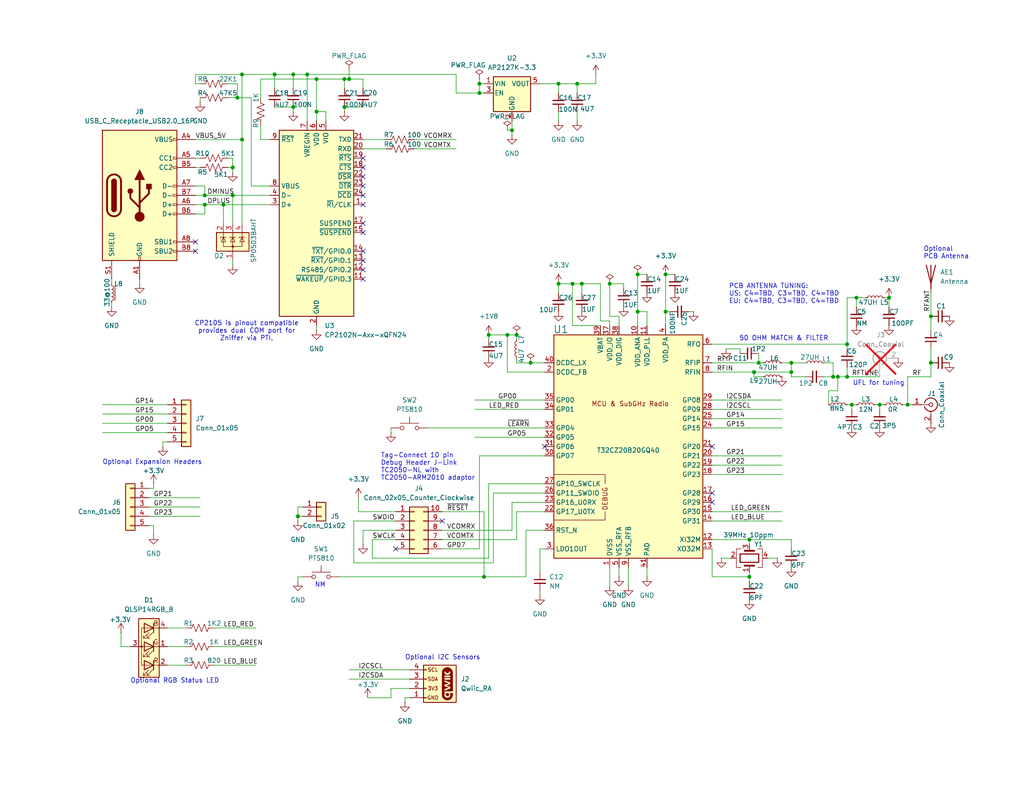
<source format=kicad_sch>
(kicad_sch (version 20250114) (generator "eeschema") (generator_version "9.0")
  (paper "A")
  (title_block (title "ZRAD Mini Z-Wave Reference Application Design CZ20") (date "2025-04-11") (rev "A1") (company "Trident IoT") (comment 1 "Trident CZ20 and Ignion chip antenna"))
  (text "CP2105 is pinout compatible\nprovides dual COM port for\nZniffer via PTI." (at 67.31 90.424 0) (effects (font (size 1.27 1.27))))
  (text "50 OHM MATCH & FILTER" (at 201.676 93.218 0) (effects (font (size 1.27 1.27)) (justify left bottom)))
  (text "UFL for tuning" (at 232.664 105.41 0) (effects (font (size 1.27 1.27)) (justify left bottom)))
  (text "Optional Expansion Headers" (at 27.94 127 0) (effects (font (size 1.27 1.27)) (justify left bottom)))
  (text "Optional\nPCB Antenna" (at 251.968 70.866 0) (effects (font (size 1.27 1.27)) (justify left bottom)))
  (text "Optional RGB Status LED" (at 35.56 186.69 0) (effects (font (size 1.27 1.27)) (justify left bottom)))
  (text "Tag-Connect 10 pin\nDebug Header J-Link\nTC2050-NL with\nTC2050-ARM2010 adaptor" (at 103.886 131.318 0) (effects (font (size 1.27 1.27)) (justify left bottom)))
  (text "NM" (at 87.376 159.766 0) (effects (font (size 1.27 1.27))))
  (text "PCB ANTENNA TUNING:\nUS: C4=TBD, C3=TBD, C4=TBD\nEU: C4=TBD, C3=TBD, C4=TBD" (at 198.882 83.058 0) (effects (font (size 1.27 1.27)) (justify left bottom)))
  (text "Optional I2C Sensors" (at 110.49 180.34 0) (effects (font (size 1.27 1.27)) (justify left bottom)))
  (junction (at 156.21 77.47))
  (junction (at 254 99.06))
  (junction (at 173.99 85.09))
  (junction (at 204.47 147.32))
  (junction (at 133.35 91.44))
  (junction (at 152.4 77.47))
  (junction (at 140.97 91.44))
  (junction (at 83.82 20.32))
  (junction (at 60.96 55.88))
  (junction (at 81.28 140.97))
  (junction (at 74.93 20.32))
  (junction (at 181.61 85.09))
  (junction (at 228.6 102.87))
  (junction (at 232.41 110.49))
  (junction (at 158.75 77.47))
  (junction (at 55.88 53.34))
  (junction (at 66.04 38.1))
  (junction (at 144.78 99.06))
  (junction (at 215.9 101.6))
  (junction (at 215.9 99.06))
  (junction (at 55.88 55.88))
  (junction (at 93.98 29.21))
  (junction (at 130.81 25.4))
  (junction (at 240.03 110.49))
  (junction (at 64.77 26.67))
  (junction (at 139.7 35.56))
  (junction (at 86.36 21.59))
  (junction (at 95.25 21.59))
  (junction (at 130.81 22.86))
  (junction (at 166.37 77.47))
  (junction (at 181.61 74.93))
  (junction (at 231.14 102.87))
  (junction (at 204.47 157.48))
  (junction (at 207.01 99.06))
  (junction (at 86.36 30.48))
  (junction (at 63.5 53.34))
  (junction (at 227.33 102.87))
  (junction (at 205.74 101.6))
  (junction (at 63.5 45.72))
  (junction (at 80.01 29.21))
  (junction (at 254 86.36))
  (junction (at 132.08 157.48))
  (junction (at 157.48 22.86))
  (junction (at 242.57 81.28))
  (junction (at 247.65 110.49))
  (junction (at 233.68 81.28))
  (junction (at 93.98 21.59))
  (junction (at 80.01 20.32))
  (junction (at 173.99 74.93))
  (junction (at 66.04 20.32))
  (junction (at 231.14 93.98))
  (junction (at 152.4 22.86))
  (junction (at 138.43 91.44))
  (no_connect (at 53.34 66.04))
  (no_connect (at 99.06 45.72))
  (no_connect (at 148.59 121.92))
  (no_connect (at 99.06 55.88))
  (no_connect (at 99.06 60.96))
  (no_connect (at 120.65 142.24))
  (no_connect (at 99.06 43.18))
  (no_connect (at 53.34 68.58))
  (no_connect (at 99.06 71.12))
  (no_connect (at 99.06 50.8))
  (no_connect (at 99.06 63.5))
  (no_connect (at 99.06 53.34))
  (no_connect (at 194.31 137.16))
  (no_connect (at 99.06 48.26))
  (no_connect (at 194.31 134.62))
  (no_connect (at 107.95 149.86))
  (no_connect (at 99.06 73.66))
  (no_connect (at 99.06 76.2))
  (no_connect (at 99.06 68.58))
  (no_connect (at 194.31 121.92))
  (wire (pts (xy 152.4 30.48) (xy 152.4 33.02)))
  (wire (pts (xy 80.01 20.32) (xy 83.82 20.32)))
  (wire (pts (xy 140.97 147.32) (xy 140.97 139.7)))
  (wire (pts (xy 133.35 92.71) (xy 133.35 91.44)))
  (wire (pts (xy 53.34 22.86) (xy 53.34 20.32)))
  (wire (pts (xy 138.43 91.44) (xy 140.97 91.44)))
  (wire (pts (xy 45.72 171.45) (xy 50.8 171.45)))
  (wire (pts (xy 63.5 53.34) (xy 63.5 60.96)))
  (wire (pts (xy 181.61 74.93) (xy 181.61 85.09)))
  (wire (pts (xy 120.65 139.7) (xy 132.08 139.7)))
  (wire (pts (xy 163.83 77.47) (xy 163.83 87.63)))
  (wire (pts (xy 130.81 149.86) (xy 120.65 149.86)))
  (wire (pts (xy 213.36 99.06) (xy 215.9 99.06)))
  (wire (pts (xy 157.48 22.86) (xy 157.48 25.4)))
  (wire (pts (xy 173.99 74.93) (xy 173.99 85.09)))
  (wire (pts (xy 242.57 81.28) (xy 242.57 83.82)))
  (wire (pts (xy 205.74 101.6) (xy 215.9 101.6)))
  (wire (pts (xy 204.47 156.21) (xy 204.47 157.48)))
  (wire (pts (xy 86.36 21.59) (xy 71.12 21.59)))
  (wire (pts (xy 163.83 88.9) (xy 156.21 88.9)))
  (wire (pts (xy 157.48 22.86) (xy 162.56 22.86)))
  (wire (pts (xy 35.56 176.53) (xy 33.02 176.53)))
  (wire (pts (xy 62.23 43.18) (xy 63.5 43.18)))
  (wire (pts (xy 62.23 22.86) (xy 64.77 22.86)))
  (wire (pts (xy 82.55 138.43) (xy 81.28 138.43)))
  (wire (pts (xy 156.21 77.47) (xy 158.75 77.47)))
  (wire (pts (xy 111.76 187.96) (xy 106.68 187.96)))
  (wire (pts (xy 194.31 142.24) (xy 213.36 142.24)))
  (wire (pts (xy 66.04 20.32) (xy 74.93 20.32)))
  (wire (pts (xy 231.14 100.33) (xy 231.14 102.87)))
  (wire (pts (xy 215.9 102.87) (xy 215.9 101.6)))
  (wire (pts (xy 205.74 101.6) (xy 205.74 102.87)))
  (wire (pts (xy 74.93 20.32) (xy 80.01 20.32)))
  (wire (pts (xy 231.14 110.49) (xy 232.41 110.49)))
  (wire (pts (xy 139.7 137.16) (xy 139.7 144.78)))
  (wire (pts (xy 194.31 101.6) (xy 205.74 101.6)))
  (wire (pts (xy 140.97 99.06) (xy 140.97 97.79)))
  (wire (pts (xy 224.79 99.06) (xy 227.33 99.06)))
  (wire (pts (xy 86.36 21.59) (xy 93.98 21.59)))
  (wire (pts (xy 148.59 99.06) (xy 144.78 99.06)))
  (wire (pts (xy 187.96 85.09) (xy 189.23 85.09)))
  (wire (pts (xy 194.31 127) (xy 213.36 127)))
  (wire (pts (xy 93.98 24.13) (xy 93.98 21.59)))
  (wire (pts (xy 81.28 158.75) (xy 81.28 157.48)))
  (wire (pts (xy 93.98 29.21) (xy 93.98 30.48)))
  (wire (pts (xy 215.9 99.06) (xy 219.71 99.06)))
  (wire (pts (xy 107.95 144.78) (xy 99.06 144.78)))
  (wire (pts (xy 53.34 20.32) (xy 66.04 20.32)))
  (wire (pts (xy 254 95.25) (xy 254 99.06)))
  (wire (pts (xy 158.75 77.47) (xy 158.75 80.01)))
  (wire (pts (xy 196.85 152.4) (xy 199.39 152.4)))
  (wire (pts (xy 133.35 132.08) (xy 133.35 152.4)))
  (wire (pts (xy 60.96 55.88) (xy 73.66 55.88)))
  (wire (pts (xy 81.28 140.97) (xy 82.55 140.97)))
  (wire (pts (xy 107.95 139.7) (xy 97.79 139.7)))
  (wire (pts (xy 113.03 40.64) (xy 124.46 40.64)))
  (wire (pts (xy 44.45 121.92) (xy 44.45 120.65)))
  (wire (pts (xy 143.51 144.78) (xy 148.59 144.78)))
  (wire (pts (xy 254 80.01) (xy 254 86.36)))
  (wire (pts (xy 162.56 22.86) (xy 162.56 20.32)))
  (wire (pts (xy 55.88 53.34) (xy 63.5 53.34)))
  (wire (pts (xy 38.1 76.2) (xy 38.1 77.47)))
  (wire (pts (xy 63.5 45.72) (xy 63.5 46.99)))
  (wire (pts (xy 95.25 21.59) (xy 93.98 21.59)))
  (wire (pts (xy 130.81 21.59) (xy 130.81 22.86)))
  (wire (pts (xy 86.36 21.59) (xy 86.36 30.48)))
  (wire (pts (xy 168.91 88.9) (xy 168.91 86.36)))
  (wire (pts (xy 163.83 77.47) (xy 158.75 77.47)))
  (wire (pts (xy 120.65 147.32) (xy 140.97 147.32)))
  (wire (pts (xy 156.21 77.47) (xy 156.21 88.9)))
  (wire (pts (xy 227.33 99.06) (xy 227.33 102.87)))
  (wire (pts (xy 194.31 129.54) (xy 213.36 129.54)))
  (wire (pts (xy 124.46 20.32) (xy 124.46 25.4)))
  (wire (pts (xy 148.59 101.6) (xy 138.43 101.6)))
  (wire (pts (xy 152.4 22.86) (xy 152.4 25.4)))
  (wire (pts (xy 254 86.36) (xy 254 90.17)))
  (wire (pts (xy 66.04 38.1) (xy 66.04 20.32)))
  (wire (pts (xy 55.88 55.88) (xy 60.96 55.88)))
  (wire (pts (xy 226.06 110.49) (xy 226.06 106.68)))
  (wire (pts (xy 116.84 116.84) (xy 148.59 116.84)))
  (wire (pts (xy 33.02 176.53) (xy 33.02 172.72)))
  (wire (pts (xy 166.37 154.94) (xy 166.37 160.02)))
  (wire (pts (xy 132.08 25.4) (xy 130.81 25.4)))
  (wire (pts (xy 99.06 38.1) (xy 105.41 38.1)))
  (wire (pts (xy 240.03 110.49) (xy 240.03 111.76)))
  (wire (pts (xy 139.7 137.16) (xy 148.59 137.16)))
  (wire (pts (xy 66.04 38.1) (xy 66.04 60.96)))
  (wire (pts (xy 134.62 153.67) (xy 96.52 153.67)))
  (wire (pts (xy 81.28 157.48) (xy 82.55 157.48)))
  (wire (pts (xy 168.91 86.36) (xy 166.37 86.36)))
  (wire (pts (xy 68.58 50.8) (xy 68.58 26.67)))
  (wire (pts (xy 99.06 24.13) (xy 99.06 21.59)))
  (wire (pts (xy 227.33 102.87) (xy 228.6 102.87)))
  (wire (pts (xy 231.14 81.28) (xy 231.14 93.98)))
  (wire (pts (xy 139.7 33.02) (xy 139.7 35.56)))
  (wire (pts (xy 170.18 77.47) (xy 170.18 78.74)))
  (wire (pts (xy 232.41 110.49) (xy 233.68 110.49)))
  (wire (pts (xy 130.81 124.46) (xy 148.59 124.46)))
  (wire (pts (xy 96.52 142.24) (xy 107.95 142.24)))
  (wire (pts (xy 53.34 45.72) (xy 54.61 45.72)))
  (wire (pts (xy 120.65 144.78) (xy 139.7 144.78)))
  (wire (pts (xy 166.37 87.63) (xy 163.83 87.63)))
  (wire (pts (xy 60.96 55.88) (xy 60.96 60.96)))
  (wire (pts (xy 41.91 133.35) (xy 41.91 132.08)))
  (wire (pts (xy 204.47 147.32) (xy 215.9 147.32)))
  (wire (pts (xy 215.9 147.32) (xy 215.9 149.86)))
  (wire (pts (xy 81.28 138.43) (xy 81.28 140.97)))
  (wire (pts (xy 93.98 29.21) (xy 99.06 29.21)))
  (wire (pts (xy 74.93 29.21) (xy 80.01 29.21)))
  (wire (pts (xy 140.97 91.44) (xy 140.97 92.71)))
  (wire (pts (xy 247.65 102.87) (xy 254 102.87)))
  (wire (pts (xy 74.93 20.32) (xy 74.93 24.13)))
  (wire (pts (xy 113.03 38.1) (xy 124.46 38.1)))
  (wire (pts (xy 138.43 35.56) (xy 139.7 35.56)))
  (wire (pts (xy 129.54 119.38) (xy 148.59 119.38)))
  (wire (pts (xy 194.31 109.22) (xy 213.36 109.22)))
  (wire (pts (xy 194.31 99.06) (xy 207.01 99.06)))
  (wire (pts (xy 86.36 88.9) (xy 86.36 90.17)))
  (wire (pts (xy 215.9 99.06) (xy 215.9 101.6)))
  (wire (pts (xy 132.08 139.7) (xy 132.08 157.48)))
  (wire (pts (xy 58.42 171.45) (xy 69.85 171.45)))
  (wire (pts (xy 152.4 77.47) (xy 152.4 80.01)))
  (wire (pts (xy 228.6 106.68) (xy 228.6 102.87)))
  (wire (pts (xy 95.25 19.05) (xy 95.25 21.59)))
  (wire (pts (xy 124.46 25.4) (xy 130.81 25.4)))
  (wire (pts (xy 133.35 152.4) (xy 101.6 152.4)))
  (wire (pts (xy 207.01 99.06) (xy 208.28 99.06)))
  (wire (pts (xy 241.3 81.28) (xy 242.57 81.28)))
  (wire (pts (xy 240.03 110.49) (xy 241.3 110.49)))
  (wire (pts (xy 53.34 55.88) (xy 55.88 55.88)))
  (wire (pts (xy 30.48 82.55) (xy 30.48 83.82)))
  (wire (pts (xy 181.61 85.09) (xy 182.88 85.09)))
  (wire (pts (xy 231.14 102.87) (xy 240.03 102.87)))
  (wire (pts (xy 176.53 74.93) (xy 173.99 74.93)))
  (wire (pts (xy 130.81 25.4) (xy 130.81 22.86)))
  (wire (pts (xy 92.71 157.48) (xy 132.08 157.48)))
  (wire (pts (xy 254 102.87) (xy 254 99.06)))
  (wire (pts (xy 176.53 154.94) (xy 176.53 157.48)))
  (wire (pts (xy 62.23 45.72) (xy 63.5 45.72)))
  (wire (pts (xy 201.93 95.25) (xy 201.93 96.52)))
  (wire (pts (xy 224.79 102.87) (xy 227.33 102.87)))
  (wire (pts (xy 53.34 50.8) (xy 55.88 50.8)))
  (wire (pts (xy 134.62 134.62) (xy 148.59 134.62)))
  (wire (pts (xy 139.7 35.56) (xy 139.7 36.83)))
  (wire (pts (xy 166.37 77.47) (xy 170.18 77.47)))
  (wire (pts (xy 41.91 146.05) (xy 41.91 143.51)))
  (wire (pts (xy 133.35 132.08) (xy 148.59 132.08)))
  (wire (pts (xy 80.01 20.32) (xy 80.01 24.13)))
  (wire (pts (xy 171.45 154.94) (xy 171.45 160.02)))
  (wire (pts (xy 194.31 149.86) (xy 194.31 157.48)))
  (wire (pts (xy 147.32 149.86) (xy 148.59 149.86)))
  (wire (pts (xy 194.31 139.7) (xy 213.36 139.7)))
  (wire (pts (xy 176.53 85.09) (xy 176.53 88.9)))
  (wire (pts (xy 233.68 81.28) (xy 236.22 81.28)))
  (wire (pts (xy 247.65 110.49) (xy 247.65 102.87)))
  (wire (pts (xy 96.52 153.67) (xy 96.52 142.24)))
  (wire (pts (xy 99.06 144.78) (xy 99.06 148.59)))
  (wire (pts (xy 194.31 93.98) (xy 231.14 93.98)))
  (wire (pts (xy 41.91 143.51) (xy 40.64 143.51)))
  (wire (pts (xy 138.43 101.6) (xy 138.43 91.44)))
  (wire (pts (xy 184.15 74.93) (xy 181.61 74.93)))
  (wire (pts (xy 198.12 95.25) (xy 201.93 95.25)))
  (wire (pts (xy 147.32 22.86) (xy 152.4 22.86)))
  (wire (pts (xy 226.06 106.68) (xy 228.6 106.68)))
  (wire (pts (xy 81.28 142.24) (xy 81.28 140.97)))
  (wire (pts (xy 53.34 58.42) (xy 55.88 58.42)))
  (wire (pts (xy 83.82 20.32) (xy 124.46 20.32)))
  (wire (pts (xy 88.9 33.02) (xy 88.9 30.48)))
  (wire (pts (xy 101.6 152.4) (xy 101.6 147.32)))
  (wire (pts (xy 58.42 181.61) (xy 69.85 181.61)))
  (wire (pts (xy 40.64 138.43) (xy 54.61 138.43)))
  (wire (pts (xy 101.6 147.32) (xy 107.95 147.32)))
  (wire (pts (xy 209.55 152.4) (xy 212.09 152.4)))
  (wire (pts (xy 64.77 22.86) (xy 64.77 26.67)))
  (wire (pts (xy 99.06 21.59) (xy 95.25 21.59)))
  (wire (pts (xy 53.34 53.34) (xy 55.88 53.34)))
  (wire (pts (xy 53.34 43.18) (xy 54.61 43.18)))
  (wire (pts (xy 27.94 118.11) (xy 45.72 118.11)))
  (wire (pts (xy 194.31 157.48) (xy 204.47 157.48)))
  (wire (pts (xy 63.5 43.18) (xy 63.5 45.72)))
  (wire (pts (xy 106.68 190.5) (xy 100.33 190.5)))
  (wire (pts (xy 147.32 149.86) (xy 147.32 156.21)))
  (wire (pts (xy 134.62 153.67) (xy 134.62 134.62)))
  (wire (pts (xy 129.54 109.22) (xy 148.59 109.22)))
  (wire (pts (xy 194.31 116.84) (xy 213.36 116.84)))
  (wire (pts (xy 95.25 182.88) (xy 111.76 182.88)))
  (wire (pts (xy 207.01 96.52) (xy 207.01 99.06)))
  (wire (pts (xy 54.61 22.86) (xy 53.34 22.86)))
  (wire (pts (xy 181.61 85.09) (xy 181.61 88.9)))
  (wire (pts (xy 228.6 102.87) (xy 231.14 102.87)))
  (wire (pts (xy 132.08 157.48) (xy 143.51 157.48)))
  (wire (pts (xy 194.31 114.3) (xy 213.36 114.3)))
  (wire (pts (xy 194.31 124.46) (xy 213.36 124.46)))
  (wire (pts (xy 205.74 102.87) (xy 208.28 102.87)))
  (wire (pts (xy 110.49 190.5) (xy 110.49 191.77)))
  (wire (pts (xy 27.94 110.49) (xy 45.72 110.49)))
  (wire (pts (xy 53.34 38.1) (xy 66.04 38.1)))
  (wire (pts (xy 27.94 113.03) (xy 45.72 113.03)))
  (wire (pts (xy 219.71 102.87) (xy 215.9 102.87)))
  (wire (pts (xy 71.12 38.1) (xy 73.66 38.1)))
  (wire (pts (xy 40.64 140.97) (xy 54.61 140.97)))
  (wire (pts (xy 63.5 53.34) (xy 73.66 53.34)))
  (wire (pts (xy 80.01 29.21) (xy 80.01 30.48)))
  (wire (pts (xy 86.36 30.48) (xy 86.36 33.02)))
  (wire (pts (xy 71.12 34.29) (xy 71.12 38.1)))
  (wire (pts (xy 97.79 135.89) (xy 97.79 139.7)))
  (wire (pts (xy 166.37 77.47) (xy 166.37 86.36)))
  (wire (pts (xy 133.35 91.44) (xy 138.43 91.44)))
  (wire (pts (xy 168.91 154.94) (xy 168.91 157.48)))
  (wire (pts (xy 106.68 116.84) (xy 106.68 118.11)))
  (wire (pts (xy 45.72 181.61) (xy 50.8 181.61)))
  (wire (pts (xy 238.76 110.49) (xy 240.03 110.49)))
  (wire (pts (xy 173.99 88.9) (xy 173.99 85.09)))
  (wire (pts (xy 71.12 21.59) (xy 71.12 26.67)))
  (wire (pts (xy 111.76 190.5) (xy 110.49 190.5)))
  (wire (pts (xy 55.88 58.42) (xy 55.88 55.88)))
  (wire (pts (xy 130.81 22.86) (xy 132.08 22.86)))
  (wire (pts (xy 73.66 50.8) (xy 68.58 50.8)))
  (wire (pts (xy 152.4 22.86) (xy 157.48 22.86)))
  (wire (pts (xy 83.82 20.32) (xy 83.82 33.02)))
  (wire (pts (xy 30.48 76.2) (xy 30.48 77.47)))
  (wire (pts (xy 166.37 88.9) (xy 166.37 87.63)))
  (wire (pts (xy 54.61 26.67) (xy 54.61 27.94)))
  (wire (pts (xy 156.21 77.47) (xy 152.4 77.47)))
  (wire (pts (xy 44.45 120.65) (xy 45.72 120.65)))
  (wire (pts (xy 27.94 115.57) (xy 45.72 115.57)))
  (wire (pts (xy 55.88 50.8) (xy 55.88 53.34)))
  (wire (pts (xy 40.64 133.35) (xy 41.91 133.35)))
  (wire (pts (xy 173.99 85.09) (xy 176.53 85.09)))
  (wire (pts (xy 204.47 157.48) (xy 204.47 158.75)))
  (wire (pts (xy 63.5 71.12) (xy 63.5 72.39)))
  (wire (pts (xy 194.31 147.32) (xy 204.47 147.32)))
  (wire (pts (xy 204.47 148.59) (xy 204.47 147.32)))
  (wire (pts (xy 144.78 99.06) (xy 140.97 99.06)))
  (wire (pts (xy 247.65 110.49) (xy 248.92 110.49)))
  (wire (pts (xy 106.68 187.96) (xy 106.68 190.5)))
  (wire (pts (xy 111.76 185.42) (xy 95.25 185.42)))
  (wire (pts (xy 140.97 139.7) (xy 148.59 139.7)))
  (wire (pts (xy 58.42 176.53) (xy 69.85 176.53)))
  (wire (pts (xy 45.72 176.53) (xy 50.8 176.53)))
  (wire (pts (xy 130.81 124.46) (xy 130.81 149.86)))
  (wire (pts (xy 246.38 110.49) (xy 247.65 110.49)))
  (wire (pts (xy 232.41 110.49) (xy 232.41 111.76)))
  (wire (pts (xy 64.77 26.67) (xy 62.23 26.67)))
  (wire (pts (xy 233.68 81.28) (xy 231.14 81.28)))
  (wire (pts (xy 231.14 93.98) (xy 231.14 95.25)))
  (wire (pts (xy 129.54 111.76) (xy 148.59 111.76)))
  (wire (pts (xy 147.32 161.29) (xy 147.32 162.56)))
  (wire (pts (xy 194.31 111.76) (xy 213.36 111.76)))
  (wire (pts (xy 40.64 135.89) (xy 54.61 135.89)))
  (wire (pts (xy 143.51 157.48) (xy 143.51 144.78)))
  (wire (pts (xy 68.58 26.67) (xy 64.77 26.67)))
  (wire (pts (xy 233.68 83.82) (xy 233.68 81.28)))
  (wire (pts (xy 157.48 30.48) (xy 157.48 33.02)))
  (wire (pts (xy 99.06 40.64) (xy 105.41 40.64)))
  (wire (pts (xy 88.9 30.48) (xy 86.36 30.48)))
  (label "GP22" (at 41.91 138.43 0))
  (label "RF" (at 248.92 102.87 0))
  (label "GP00" (at 135.89 109.22 0))
  (label "DMINUS" (at 56.515 53.34 0))
  (label "LED_RED" (at 133.35 111.76 0))
  (label "GP15" (at 36.83 113.03 0))
  (label "SWCLK" (at 101.6 147.32 0))
  (label "GP21" (at 41.91 135.89 0))
  (label "VBUS_5V" (at 53.34 38.1 0))
  (label "RFANT" (at 254 85.09 90))
  (label "RFIP" (at 195.58 99.06 0))
  (label "GP23" (at 41.91 140.97 0))
  (label "DPLUS" (at 56.515 55.88 0))
  (label "LED_BLUE" (at 60.96 181.61 0))
  (label "GP07" (at 121.92 149.86 0))
  (label "RFTUNE" (at 232.41 102.87 0))
  (label "GP14" (at 198.12 114.3 0))
  (label "SWDIO" (at 101.6 142.24 0))
  (label "I2CSCL" (at 198.12 111.76 0))
  (label "LED_BLUE" (at 199.39 142.24 0))
  (label "LED_GREEN" (at 60.96 176.53 0))
  (label "~{RESET}" (at 121.92 139.7 0))
  (label "VCOMTX" (at 121.92 147.32 0))
  (label "LED_RED" (at 60.96 171.45 0))
  (label "I2CSDA" (at 198.12 109.22 0))
  (label "VCOMRX" (at 115.57 38.1 0))
  (label "I2CSCL" (at 97.79 182.88 0))
  (label "~{LEARN}" (at 138.43 116.84 0))
  (label "VCOMRX" (at 121.92 144.78 0))
  (label "I2CSDA" (at 97.79 185.42 0))
  (label "GP23" (at 198.12 129.54 0))
  (label "GP00" (at 36.83 115.57 0))
  (label "GP05" (at 138.43 119.38 0))
  (label "GP21" (at 198.12 124.46 0))
  (label "GP14" (at 36.83 110.49 0))
  (label "RFIN" (at 195.58 101.6 0))
  (label "GP15" (at 198.12 116.84 0))
  (label "GP05" (at 36.83 118.11 0))
  (label "LED_GREEN" (at 199.39 139.7 0))
  (label "GP22" (at 198.12 127 0))
  (label "VCOMTX" (at 115.57 40.64 0))
  (symbol (lib_id "power:PWR_FLAG") (at 130.81 21.59 0) (unit 1)
    (property "Reference" "#FLG0103" (effects (hide yes)))
    (property "Value" "PWR_FLAG" (at 127.762 17.78 0))
    (property "Description" "Special symbol for telling ERC where power comes from" (effects (hide yes)))
  )
  (symbol (lib_id "Device:C_Small") (at 152.4 27.94 180) (unit 1)
    (property "Reference" "C16" (at 152.4 26.67 0) (effects (justify right)))
    (property "Value" "100N" (at 152.4 29.845 0) (effects (justify right)))
    (property "Footprint" "Capacitor_SMD:C_0603_1608Metric" (effects (hide yes)))
  )
  (symbol (lib_id "Device:C_Small") (at 158.75 82.55 180) (unit 1)
    (property "Reference" "C27" (at 158.75 81.28 0) (effects (justify right)))
    (property "Value" "1UF" (at 158.75 84.455 0) (effects (justify right)))
    (property "Footprint" "Capacitor_SMD:C_0603_1608Metric" (effects (hide yes)))
  )
  (symbol (lib_id "power:GND") (at 166.37 160.02 0) (unit 1)
    (property "Reference" "#PWR0114" (effects (hide yes)))
    (property "Value" "GND" (at 166.37 165.1 0))
    (property "Description" "Power symbol creates a global label with name \"GND\" , ground" (effects (hide yes)))
  )
  (symbol (lib_id "Device:Crystal_GND24") (at 204.47 152.4 90) (unit 1)
    (property "Reference" "Y1" (at 207.01 148.59 90))
    (property "Value" "39MHz 10ppm" (at 204.216 146.05 90))
    (property "Footprint" "Crystal:Crystal_SMD_3225-4Pin_3.2x2.5mm" (effects (hide yes)))
  )
  (symbol (lib_id "power:GND") (at 259.08 86.36 0) (unit 1)
    (property "Reference" "#PWR03" (effects (hide yes)))
    (property "Value" "GND" (effects (hide yes)))
    (property "Description" "Power symbol creates a global label with name \"GND\" , ground" (effects (hide yes)))
  )
  (symbol (lib_id "power:GND") (at 38.1 77.47 0) (unit 1)
    (property "Reference" "#PWR0125" (effects (hide yes)))
    (property "Value" "GND" (at 38.1 82.55 0))
    (property "Description" "Power symbol creates a global label with name \"GND\" , ground" (effects (hide yes)))
  )
  (symbol (lib_id "power:GND") (at 139.7 36.83 0) (unit 1)
    (property "Reference" "#PWR0119" (effects (hide yes)))
    (property "Value" "GND" (at 139.7 41.91 0))
    (property "Description" "Power symbol creates a global label with name \"GND\" , ground" (effects (hide yes)))
  )
  (symbol (lib_id "power:+3.3V") (at 33.02 172.72 0) (unit 1)
    (property "Reference" "#PWR0141" (effects (hide yes)))
    (property "Value" "+3.3V" (at 32.766 169.164 0))
    (property "Description" "Power symbol creates a global label with name \"+3.3V\"" (effects (hide yes)))
  )
  (symbol (lib_id "power:GND") (at 176.53 157.48 0) (unit 1)
    (property "Reference" "#PWR0109" (effects (hide yes)))
    (property "Value" "GND" (at 176.53 162.56 0))
    (property "Description" "Power symbol creates a global label with name \"GND\" , ground" (effects (hide yes)))
  )
  (symbol (lib_id "power:GND") (at 232.41 116.84 0) (unit 1)
    (property "Reference" "#PWR0151" (effects (hide yes)))
    (property "Value" "GND" (effects (hide yes)))
    (property "Description" "Power symbol creates a global label with name \"GND\" , ground" (effects (hide yes)))
  )
  (symbol (lib_id "power:GND") (at 170.18 83.82 0) (unit 1)
    (property "Reference" "#PWR0147" (effects (hide yes)))
    (property "Value" "GND" (effects (hide yes)))
    (property "Description" "Power symbol creates a global label with name \"GND\" , ground" (effects (hide yes)))
  )
  (symbol (lib_id "Connector:USB_C_Receptacle_USB2.0_16P") (at 38.1 53.34 0) (unit 1)
    (property "Reference" "J8" (at 38.1 30.48 0))
    (property "Value" "USB_C_Receptacle_USB2.0_16P" (at 38.1 33.02 0))
    (property "Footprint" "Connector_USB:USB_C_Receptacle_GCT_USB4110" (effects (hide yes)))
    (property "Datasheet" "https://www.usb.org/sites/default/files/documents/usb_type-c.zip" (effects (hide yes)))
    (property "Description" "USB 2.0-only 16P Type-C Receptacle connector" (effects (hide yes)))
  )
  (symbol (lib_id "power:GND") (at 133.35 97.79 0) (unit 1)
    (property "Reference" "#PWR0106" (effects (hide yes)))
    (property "Value" "GND" (effects (hide yes)))
    (property "Description" "Power symbol creates a global label with name \"GND\" , ground" (effects (hide yes)))
  )
  (symbol (lib_id "Interface_USB:CP2102N-Axx-xQFN24") (at 86.36 60.96 0) (unit 1)
    (property "Reference" "U3" (at 88.5541 88.9 0) (effects (justify left)))
    (property "Value" "CP2102N-Axx-xQFN24" (at 88.5541 91.44 0) (effects (justify left)))
    (property "Footprint" "Package_DFN_QFN:QFN-24-1EP_4x4mm_P0.5mm_EP2.6x2.6mm" (effects (hide yes)))
    (property "Datasheet" "https://www.silabs.com/documents/public/data-sheets/cp2102n-datasheet.pdf" (effects (hide yes)))
    (property "Description" "USB to UART master bridge, QFN-24" (effects (hide yes)))
  )
  (symbol (lib_id "Connector_Generic:Conn_01x02") (at 87.63 138.43 0) (unit 1)
    (property "Reference" "J5" (at 90.17 140.97 0) (effects (justify left)))
    (property "Value" "Conn_01x02" (at 82.55 143.51 0) (effects (justify left)))
    (property "Footprint" "Connector_PinHeader_2.54mm:PinHeader_1x02_P2.54mm_Vertical" (effects (hide yes)))
  )
  (symbol (lib_id "power:GND") (at 54.61 27.94 0) (unit 1)
    (property "Reference" "#PWR0118" (effects (hide yes)))
    (property "Value" "GND" (at 54.61 33.02 0))
    (property "Description" "Power symbol creates a global label with name \"GND\" , ground" (effects (hide yes)))
  )
  (symbol (lib_id "power:+3.3V") (at 97.79 135.89 0) (unit 1)
    (property "Reference" "#PWR0142" (effects (hide yes)))
    (property "Value" "+3.3V" (at 97.79 130.81 0))
    (property "Description" "Power symbol creates a global label with name \"+3.3V\"" (effects (hide yes)))
  )
  (symbol (lib_id "MCU_Trident:T32CZ20B20GQ40") (at 171.45 121.92 0) (unit 1)
    (property "Reference" "U1" (at 150.876 89.916 0) (effects (font (size 2 2)) (justify left)))
    (property "Value" "T32CZ20B20GQ40" (at 162.814 122.936 0) (effects (justify left)))
    (property "Datasheet" "https://tridentiot.com/wp-content/uploads/2024/11/DS-ZW-0001-01-T32CZ20-Datasheet.pdf" (effects (hide yes)))
    (property "Description" "ARM M33 SubGHz Radio +20dBm 1MB Flash 288KRAM Z-Wave QFN-40" (effects (hide yes)))
  )
  (symbol (lib_id "power:+3.3V") (at 162.56 20.32 0) (unit 1)
    (property "Reference" "#PWR0138" (effects (hide yes)))
    (property "Value" "+3.3V" (at 162.56 15.24 0))
    (property "Description" "Power symbol creates a global label with name \"+3.3V\"" (effects (hide yes)))
  )
  (symbol (lib_id "Device:C_Small") (at 242.57 86.36 180) (unit 1)
    (property "Reference" "C7" (at 242.57 85.09 0) (effects (justify right)))
    (property "Value" "100PF" (at 243.205 88.265 0) (effects (justify right)))
    (property "Footprint" "Capacitor_SMD:C_0402_1005Metric" (effects (hide yes)))
  )
  (symbol (lib_id "Device:L_Small") (at 140.97 95.25 180) (unit 1)
    (property "Reference" "L7" (at 142.24 92.71 90))
    (property "Value" "4U7" (at 142.24 97.155 90))
    (property "Footprint" "Inductor_SMD:L_0805_2012Metric" (effects (hide yes)))
    (property "Description" "MLZ2012N4R7LT000" (effects (hide yes)))
  )
  (symbol (lib_id "Device:R_US") (at 54.61 171.45 90) (unit 1)
    (property "Reference" "R1" (at 51.435 170.18 90))
    (property "Value" "1K2" (at 58.42 170.18 90))
    (property "Footprint" "Resistor_SMD:R_0603_1608Metric" (effects (hide yes)))
  )
  (symbol (lib_id "power:GND") (at 212.09 152.4 0) (unit 1)
    (property "Reference" "#PWR0110" (effects (hide yes)))
    (property "Value" "GND" (effects (hide yes)))
    (property "Description" "Power symbol creates a global label with name \"GND\" , ground" (effects (hide yes)))
  )
  (symbol (lib_id "power:GND") (at 86.36 90.17 0) (unit 1)
    (property "Reference" "#PWR0128" (effects (hide yes)))
    (property "Value" "GND" (at 86.36 95.25 0))
    (property "Description" "Power symbol creates a global label with name \"GND\" , ground" (effects (hide yes)))
  )
  (symbol (lib_id "Device:Antenna") (at 254 74.93 0) (unit 1)
    (property "Reference" "AE1" (at 256.54 74.2949 0) (effects (justify left)))
    (property "Value" "Antenna" (at 256.54 76.8349 0) (effects (justify left)))
    (property "Footprint" "ZReach:PCB_meander_20mm_900MHz" (effects (hide yes)))
    (property "Description" "Antenna" (effects (hide yes)))
  )
  (symbol (lib_id "Device:C_Small") (at 233.68 86.36 180) (unit 1)
    (property "Reference" "C5" (at 233.68 85.09 0) (effects (justify right)))
    (property "Value" "NM" (at 233.68 88.265 0) (effects (justify right)))
    (property "Footprint" "Capacitor_SMD:C_0402_1005Metric" (effects (hide yes)))
  )
  (symbol (lib_id "Regulator_Linear:AP2127K-3.3") (at 139.7 25.4 0) (unit 1)
    (property "Reference" "U2" (at 139.7 15.875 0))
    (property "Value" "AP2127K-3.3" (at 139.7 18.415 0))
    (property "Footprint" "Package_TO_SOT_SMD:SOT-23-5" (effects (hide yes)))
    (property "Datasheet" "https://www.diodes.com/assets/Datasheets/AP2127.pdf" (effects (hide yes)))
  )
  (symbol (lib_id "power:GND") (at 184.15 80.01 0) (unit 1)
    (property "Reference" "#PWR0116" (effects (hide yes)))
    (property "Value" "GND" (effects (hide yes)))
    (property "Description" "Power symbol creates a global label with name \"GND\" , ground" (effects (hide yes)))
  )
  (symbol (lib_id "power:GND") (at 240.03 116.84 0) (unit 1)
    (property "Reference" "#PWR0152" (effects (hide yes)))
    (property "Value" "GND" (effects (hide yes)))
    (property "Description" "Power symbol creates a global label with name \"GND\" , ground" (effects (hide yes)))
  )
  (symbol (lib_id "power:GND") (at 215.9 154.94 0) (unit 1)
    (property "Reference" "#PWR0144" (effects (hide yes)))
    (property "Value" "GND" (at 215.9 160.02 0))
    (property "Description" "Power symbol creates a global label with name \"GND\" , ground" (effects (hide yes)))
  )
  (symbol (lib_id "Device:R_US") (at 54.61 181.61 90) (unit 1)
    (property "Reference" "R3" (at 51.435 180.34 90))
    (property "Value" "820" (at 58.42 180.34 90))
    (property "Footprint" "Resistor_SMD:R_0603_1608Metric" (effects (hide yes)))
  )
  (symbol (lib_id "power:GND") (at 41.91 146.05 0) (unit 1)
    (property "Reference" "#PWR0132" (effects (hide yes)))
    (property "Value" "GND" (at 41.91 151.13 0))
    (property "Description" "Power symbol creates a global label with name \"GND\" , ground" (effects (hide yes)))
  )
  (symbol (lib_id "power:GND") (at 63.5 46.99 0) (unit 1)
    (property "Reference" "#PWR0117" (effects (hide yes)))
    (property "Value" "GND" (effects (hide yes)))
    (property "Description" "Power symbol creates a global label with name \"GND\" , ground" (effects (hide yes)))
  )
  (symbol (lib_id "power:GND") (at 63.5 72.39 0) (unit 1)
    (property "Reference" "#PWR0127" (effects (hide yes)))
    (property "Value" "GND" (effects (hide yes)))
    (property "Description" "Power symbol creates a global label with name \"GND\" , ground" (effects (hide yes)))
  )
  (symbol (lib_id "power:GND") (at 213.36 102.87 0) (unit 1)
    (property "Reference" "#PWR0113" (effects (hide yes)))
    (property "Value" "GND" (effects (hide yes)))
    (property "Description" "Power symbol creates a global label with name \"GND\" , ground" (effects (hide yes)))
  )
  (symbol (lib_id "power:GND") (at 99.06 148.59 0) (unit 1)
    (property "Reference" "#PWR0134" (effects (hide yes)))
    (property "Value" "GND" (effects (hide yes)))
    (property "Description" "Power symbol creates a global label with name \"GND\" , ground" (effects (hide yes)))
  )
  (symbol (lib_id "power:GND") (at 93.98 30.48 0) (unit 1)
    (property "Reference" "#PWR0123" (effects (hide yes)))
    (property "Value" "GND" (effects (hide yes)))
    (property "Description" "Power symbol creates a global label with name \"GND\" , ground" (effects (hide yes)))
  )
  (symbol (lib_id "Device:C_Small") (at 185.42 85.09 90) (unit 1)
    (property "Reference" "C25" (at 186.69 85.09 0) (effects (justify right)))
    (property "Value" "100NF" (at 183.515 85.09 0) (effects (justify right)))
    (property "Footprint" "Capacitor_SMD:C_0603_1608Metric" (effects (hide yes)))
  )
  (symbol (lib_id "power:+3.3V") (at 41.91 132.08 0) (unit 1)
    (property "Reference" "#PWR0139" (effects (hide yes)))
    (property "Value" "+3.3V" (at 41.91 128.524 0))
    (property "Description" "Power symbol creates a global label with name \"+3.3V\"" (effects (hide yes)))
  )
  (symbol (lib_id "power:GND") (at 30.48 83.82 0) (unit 1)
    (property "Reference" "#PWR0126" (effects (hide yes)))
    (property "Value" "GND" (at 30.48 88.9 0))
    (property "Description" "Power symbol creates a global label with name \"GND\" , ground" (effects (hide yes)))
  )
  (symbol (lib_id "Connector:Conn_Coaxial") (at 254 110.49 0) (unit 1)
    (property "Reference" "J1" (at 254.254 107.442 0))
    (property "Value" "Conn_Coaxial" (at 256.921 110.49 90))
    (property "Footprint" "Connector_Coaxial:SMA_Wurth_60312002114503_Vertical" (effects (hide yes)))
    (property "Description" "coaxial connector (BNC, SMA, SMB, SMC, Cinch/RCA, LEMO, ...)" (effects (hide yes)))
  )
  (symbol (lib_id "Device:LED_GRAB") (at 40.64 176.53 180) (unit 1)
    (property "Reference" "D1" (at 40.64 163.83 0))
    (property "Value" "QLSP14RGB_B" (at 40.64 166.37 0))
    (property "Footprint" "ZReach:LED_QLSP14RGB" (effects (hide yes)))
    (property "Description" "RGB LED, green/red/anode/blue" (effects (hide yes)))
  )
  (symbol (lib_id "power:GND") (at 204.47 163.83 0) (unit 1)
    (property "Reference" "#PWR0143" (effects (hide yes)))
    (property "Value" "GND" (at 204.47 168.91 0))
    (property "Description" "Power symbol creates a global label with name \"GND\" , ground" (effects (hide yes)))
  )
  (symbol (lib_id "power:GND") (at 168.91 157.48 0) (unit 1)
    (property "Reference" "#PWR0108" (effects (hide yes)))
    (property "Value" "GND" (at 168.91 162.56 0))
    (property "Description" "Power symbol creates a global label with name \"GND\" , ground" (effects (hide yes)))
  )
  (symbol (lib_id "Device:C_Small") (at 240.03 114.3 180) (unit 1)
    (property "Reference" "C2" (at 237.236 116.332 0) (effects (justify right)))
    (property "Value" "3P5" (at 240.665 116.205 0) (effects (justify right)))
    (property "Footprint" "Capacitor_SMD:C_0402_1005Metric" (effects (hide yes)))
  )
  (symbol (lib_id "Device:C_Small") (at 176.53 77.47 180) (unit 1)
    (property "Reference" "C14" (at 176.53 76.2 0) (effects (justify right)))
    (property "Value" "1UF" (at 176.53 79.375 0) (effects (justify right)))
    (property "Footprint" "Capacitor_SMD:C_0603_1608Metric" (effects (hide yes)))
  )
  (symbol (lib_id "Device:C_Small") (at 232.41 114.3 0) (unit 1)
    (property "Reference" "C3" (at 233.934 116.586 0))
    (property "Value" "4P7" (at 230.378 116.586 0))
    (property "Footprint" "Capacitor_SMD:C_0402_1005Metric" (effects (hide yes)))
  )
  (symbol (lib_id "power:+3.3V") (at 100.33 190.5 0) (unit 1)
    (property "Reference" "#PWR0140" (effects (hide yes)))
    (property "Value" "+3.3V" (at 100.33 186.944 0))
    (property "Description" "Power symbol creates a global label with name \"+3.3V\"" (effects (hide yes)))
  )
  (symbol (lib_id "power:PWR_FLAG") (at 140.97 91.44 0) (unit 1)
    (property "Reference" "#FLG0101" (effects (hide yes)))
    (property "Value" "PWR_FLAG" (effects (hide yes)))
    (property "Description" "Special symbol for telling ERC where power comes from" (effects (hide yes)))
  )
  (symbol (lib_id "Device:L_Small") (at 238.76 81.28 90) (unit 1)
    (property "Reference" "L5" (at 241.3 82.55 90))
    (property "Value" "47UH" (at 236.855 82.55 90))
    (property "Footprint" "Inductor_SMD:L_0402_1005Metric" (effects (hide yes)))
  )
  (symbol (lib_id "power:GND") (at 147.32 162.56 0) (unit 1)
    (property "Reference" "#PWR0133" (effects (hide yes)))
    (property "Value" "GND" (at 147.32 167.64 0))
    (property "Description" "Power symbol creates a global label with name \"GND\" , ground" (effects (hide yes)))
  )
  (symbol (lib_id "Device:C_Small") (at 231.14 97.79 180) (unit 1)
    (property "Reference" "C6" (at 232.41 95.885 0))
    (property "Value" "120P" (at 234.188 99.568 0))
    (property "Footprint" "Capacitor_SMD:C_0402_1005Metric" (effects (hide yes)))
  )
  (symbol (lib_id "power:GND") (at 110.49 191.77 0) (unit 1)
    (property "Reference" "#PWR0131" (effects (hide yes)))
    (property "Value" "GND" (at 110.49 196.85 0))
    (property "Description" "Power symbol creates a global label with name \"GND\" , ground" (effects (hide yes)))
  )
  (symbol (lib_id "Device:C_Small") (at 80.01 26.67 180) (unit 1)
    (property "Reference" "C19" (at 80.01 25.4 0) (effects (justify right)))
    (property "Value" "100N" (at 80.01 28.575 0) (effects (justify right)))
    (property "Footprint" "Capacitor_SMD:C_0603_1608Metric" (effects (hide yes)))
  )
  (symbol (lib_id "power:GND") (at 189.23 85.09 0) (unit 1)
    (property "Reference" "#PWR0146" (effects (hide yes)))
    (property "Value" "GND" (effects (hide yes)))
    (property "Description" "Power symbol creates a global label with name \"GND\" , ground" (effects (hide yes)))
  )
  (symbol (lib_id "Device:C_Small") (at 215.9 152.4 180) (unit 1)
    (property "Reference" "C23" (at 215.9 151.13 0) (effects (justify right)))
    (property "Value" "6PF" (at 215.9 154.305 0) (effects (justify right)))
    (property "Footprint" "Capacitor_SMD:C_0402_1005Metric" (effects (hide yes)))
  )
  (symbol (lib_id "Device:C_Small") (at 256.54 99.06 90) (unit 1)
    (property "Reference" "C9" (at 258.826 97.536 90))
    (property "Value" "47P" (effects (hide yes)))
    (property "Footprint" "Capacitor_SMD:C_0402_1005Metric" (effects (hide yes)))
  )
  (symbol (lib_id "power:PWR_FLAG") (at 138.43 35.56 0) (unit 1)
    (property "Reference" "#FLG0106" (effects (hide yes)))
    (property "Value" "PWR_FLAG" (at 138.43 31.75 0))
    (property "Description" "Special symbol for telling ERC where power comes from" (effects (hide yes)))
  )
  (symbol (lib_id "Device:C_Small") (at 184.15 77.47 180) (unit 1)
    (property "Reference" "C24" (at 184.15 76.2 0) (effects (justify right)))
    (property "Value" "1UF" (at 184.15 79.375 0) (effects (justify right)))
    (property "Footprint" "Capacitor_SMD:C_0603_1608Metric" (effects (hide yes)))
  )
  (symbol (lib_id "power:GND") (at 81.28 142.24 0) (unit 1)
    (property "Reference" "#PWR0130" (effects (hide yes)))
    (property "Value" "GND" (at 81.28 147.32 0))
    (property "Description" "Power symbol creates a global label with name \"GND\" , ground" (effects (hide yes)))
  )
  (symbol (lib_id "power:GND") (at 196.85 152.4 0) (unit 1)
    (property "Reference" "#PWR0111" (effects (hide yes)))
    (property "Value" "GND" (effects (hide yes)))
    (property "Description" "Power symbol creates a global label with name \"GND\" , ground" (effects (hide yes)))
  )
  (symbol (lib_id "power:PWR_FLAG") (at 166.37 77.47 0) (unit 1)
    (property "Reference" "#FLG0108" (effects (hide yes)))
    (property "Value" "PWR_FLAG" (effects (hide yes)))
    (property "Description" "Special symbol for telling ERC where power comes from" (effects (hide yes)))
  )
  (symbol (lib_id "power:GND") (at 171.45 160.02 0) (unit 1)
    (property "Reference" "#PWR0107" (effects (hide yes)))
    (property "Value" "GND" (at 171.45 165.1 0))
    (property "Description" "Power symbol creates a global label with name \"GND\" , ground" (effects (hide yes)))
  )
  (symbol (lib_id "Device:L_Small") (at 222.25 99.06 90) (unit 1)
    (property "Reference" "L1" (at 225.552 98.044 90))
    (property "Value" "27UH" (at 220.98 97.536 90))
    (property "Footprint" "Inductor_SMD:L_0402_1005Metric" (effects (hide yes)))
  )
  (symbol (lib_id "power:GND") (at 233.68 88.9 0) (unit 1)
    (property "Reference" "#e0101" (effects (hide yes)))
    (property "Value" "GND" (effects (hide yes)))
    (property "Description" "Power symbol creates a global label with name \"GND\" , ground" (effects (hide yes)))
  )
  (symbol (lib_id "Device:C_Small") (at 157.48 27.94 180) (unit 1)
    (property "Reference" "C17" (at 157.48 26.67 0) (effects (justify right)))
    (property "Value" "4U7" (at 158.242 29.718 0) (effects (justify right)))
    (property "Footprint" "Capacitor_SMD:C_0805_2012Metric" (effects (hide yes)))
  )
  (symbol (lib_id "Device:C_Small") (at 222.25 102.87 90) (unit 1)
    (property "Reference" "C8" (at 223.266 104.648 90) (effects (justify right)))
    (property "Value" "1P2" (at 217.932 104.648 90) (effects (justify right)))
    (property "Footprint" "Capacitor_SMD:C_0402_1005Metric" (effects (hide yes)))
  )
  (symbol (lib_id "power:+1V8") (at 133.35 91.44 0) (unit 1)
    (property "Reference" "#PWR0136" (effects (hide yes)))
    (property "Value" "+1V8" (at 133.35 86.36 0))
    (property "Description" "Power symbol creates a global label with name \"+1V8\"" (effects (hide yes)))
  )
  (symbol (lib_id "power:GND") (at 106.68 118.11 0) (unit 1)
    (property "Reference" "#PWR0135" (effects (hide yes)))
    (property "Value" "GND" (effects (hide yes)))
    (property "Description" "Power symbol creates a global label with name \"GND\" , ground" (effects (hide yes)))
  )
  (symbol (lib_id "power:+3.3V") (at 181.61 74.93 0) (unit 1)
    (property "Reference" "#PWR0145" (effects (hide yes)))
    (property "Value" "+3.3V" (at 181.61 69.85 0))
    (property "Description" "Power symbol creates a global label with name \"+3.3V\"" (effects (hide yes)))
  )
  (symbol (lib_id "power:PWR_FLAG") (at 173.99 74.93 0) (unit 1)
    (property "Reference" "#FLG0109" (effects (hide yes)))
    (property "Value" "PWR_FLAG" (effects (hide yes)))
    (property "Description" "Special symbol for telling ERC where power comes from" (effects (hide yes)))
  )
  (symbol (lib_id "Device:C_Small") (at 256.54 86.36 90) (unit 1)
    (property "Reference" "C1" (at 256.794 83.566 90))
    (property "Value" "47P" (effects (hide yes)))
    (property "Footprint" "Capacitor_SMD:C_0402_1005Metric" (effects (hide yes)))
  )
  (symbol (lib_id "Device:C_Small") (at 147.32 158.75 0) (unit 1)
    (property "Reference" "C12" (at 149.86 157.4862 0) (effects (justify left)))
    (property "Value" "NM" (at 149.86 160.0262 0) (effects (justify left)))
    (property "Footprint" "Capacitor_SMD:C_0603_1608Metric" (effects (hide yes)))
  )
  (symbol (lib_id "power:GND") (at 158.75 85.09 0) (unit 1)
    (property "Reference" "#PWR0148" (effects (hide yes)))
    (property "Value" "GND" (effects (hide yes)))
    (property "Description" "Power symbol creates a global label with name \"GND\" , ground" (effects (hide yes)))
  )
  (symbol (lib_id "Switch:SW_Push") (at 111.76 116.84 0) (unit 1)
    (property "Reference" "SW2" (at 111.76 109.22 0))
    (property "Value" "PTS810" (at 111.76 111.76 0))
    (property "Footprint" "Button_Switch_SMD:SW_SPST_PTS810" (effects (hide yes)))
  )
  (symbol (lib_id "power:GND") (at 44.45 121.92 0) (unit 1)
    (property "Reference" "#PWR0129" (effects (hide yes)))
    (property "Value" "GND" (effects (hide yes)))
    (property "Description" "Power symbol creates a global label with name \"GND\" , ground" (effects (hide yes)))
  )
  (symbol (lib_id "power:GND") (at 152.4 33.02 0) (unit 1)
    (property "Reference" "#PWR0121" (effects (hide yes)))
    (property "Value" "GND" (at 152.4 38.1 0))
    (property "Description" "Power symbol creates a global label with name \"GND\" , ground" (effects (hide yes)))
  )
  (symbol (lib_id "Device:C_Small") (at 204.47 161.29 180) (unit 1)
    (property "Reference" "C22" (at 204.47 160.02 0) (effects (justify right)))
    (property "Value" "6PF" (at 204.47 163.195 0) (effects (justify right)))
    (property "Footprint" "Capacitor_SMD:C_0402_1005Metric" (effects (hide yes)))
  )
  (symbol (lib_id "power:GND") (at 157.48 33.02 0) (unit 1)
    (property "Reference" "#PWR0122" (effects (hide yes)))
    (property "Value" "GND" (at 157.48 38.1 0))
    (property "Description" "Power symbol creates a global label with name \"GND\" , ground" (effects (hide yes)))
  )
  (symbol (lib_id "Device:R_US") (at 54.61 176.53 90) (unit 1)
    (property "Reference" "R2" (at 51.435 175.26 90))
    (property "Value" "1K" (at 58.42 175.26 90))
    (property "Footprint" "Resistor_SMD:R_0603_1608Metric" (effects (hide yes)))
  )
  (symbol (lib_id "power:GND") (at 176.53 80.01 0) (unit 1)
    (property "Reference" "#PWR0105" (effects (hide yes)))
    (property "Value" "GND" (effects (hide yes)))
    (property "Description" "Power symbol creates a global label with name \"GND\" , ground" (effects (hide yes)))
  )
  (symbol (lib_id "Device:R_US") (at 58.42 22.86 90) (unit 1)
    (property "Reference" "R8" (at 55.245 21.59 90))
    (property "Value" "22K1" (at 62.23 21.59 90))
    (property "Footprint" "Resistor_SMD:R_0603_1608Metric" (effects (hide yes)))
  )
  (symbol (lib_id "Power_Protection:SP0503BAHT") (at 63.5 66.04 0) (unit 1)
    (property "Reference" "D2" (at 58.42 69.85 0) (effects (justify left)))
    (property "Value" "SP0503BAHT" (at 69.215 71.755 90) (effects (justify left)))
    (property "Footprint" "Package_TO_SOT_SMD:SOT-143" (effects (hide yes)))
    (property "Datasheet" "http://www.littelfuse.com/~/media/files/littelfuse/technical%20resources/documents/data%20sheets/sp05xxba.pdf" (effects (hide yes)))
  )
  (symbol (lib_id "power:PWR_FLAG") (at 95.25 19.05 0) (unit 1)
    (property "Reference" "#FLG0107" (effects (hide yes)))
    (property "Value" "PWR_FLAG" (at 95.25 15.24 0))
    (property "Description" "Special symbol for telling ERC where power comes from" (effects (hide yes)))
  )
  (symbol (lib_id "power:GND") (at 259.08 99.06 0) (unit 1)
    (property "Reference" "#PWR02" (effects (hide yes)))
    (property "Value" "GND" (effects (hide yes)))
    (property "Description" "Power symbol creates a global label with name \"GND\" , ground" (effects (hide yes)))
  )
  (symbol (lib_id "Device:R_US") (at 109.22 38.1 90) (unit 1)
    (property "Reference" "R7" (at 106.045 36.83 90))
    (property "Value" "100" (at 113.03 36.83 90))
    (property "Footprint" "Resistor_SMD:R_0603_1608Metric" (effects (hide yes)))
  )
  (symbol (lib_id "power:GND") (at 242.57 88.9 0) (unit 1)
    (property "Reference" "#e0102" (effects (hide yes)))
    (property "Value" "GND" (effects (hide yes)))
    (property "Description" "Power symbol creates a global label with name \"GND\" , ground" (effects (hide yes)))
  )
  (symbol (lib_id "power:GND") (at 254 115.57 0) (unit 1)
    (property "Reference" "#PWR0153" (effects (hide yes)))
    (property "Value" "GND" (effects (hide yes)))
    (property "Description" "Power symbol creates a global label with name \"GND\" , ground" (effects (hide yes)))
  )
  (symbol (lib_id "power:GND") (at 245.11 97.79 0) (unit 1)
    (property "Reference" "#PWR0120" (effects (hide yes)))
    (property "Value" "GND" (effects (hide yes)))
    (property "Description" "Power symbol creates a global label with name \"GND\" , ground" (effects (hide yes)))
  )
  (symbol (lib_id "Device:L_Small") (at 228.6 110.49 90) (unit 1)
    (property "Reference" "L2" (at 227.838 108.966 90))
    (property "Value" "8N5" (at 228.346 111.506 90))
    (property "Footprint" "Inductor_SMD:L_0402_1005Metric" (effects (hide yes)))
  )
  (symbol (lib_id "ZRAD:Qwiic_Right_Angle") (at 116.84 185.42 0) (unit 1)
    (property "Reference" "J2" (at 125.73 185.42 0) (effects (justify left)))
    (property "Value" "Qwiic_RA" (at 125.73 187.96 0) (effects (justify left)))
    (property "Footprint" "Connector_JST:JST_SH_SM04B-SRSS-TB_1x04-1MP_P1.00mm_Horizontal" (effects (hide yes)))
    (property "Datasheet" "https://www.jst-mfg.com/product/pdf/eng/eSH.pdf" (effects (hide yes)))
    (property "Description" "4 pin JST 1mm polarized connector for I2C" (effects (hide yes)))
    (property "PROD_ID" "CONN-13694" (effects (hide yes)))
  )
  (symbol (lib_id "Device:C_Small") (at 204.47 96.52 270) (unit 1)
    (property "Reference" "C11" (at 201.93 97.79 90))
    (property "Value" "1P2" (at 207.01 95.25 90))
    (property "Footprint" "Capacitor_SMD:C_0402_1005Metric" (effects (hide yes)))
  )
  (symbol (lib_id "Device:C_Small") (at 254 92.71 180) (unit 1)
    (property "Reference" "C4" (at 254.635 91.44 0) (effects (justify right)))
    (property "Value" "NM" (effects (hide yes)))
    (property "Footprint" "Capacitor_SMD:C_0402_1005Metric" (effects (hide yes)))
  )
  (symbol (lib_id "Device:L_Small") (at 210.82 99.06 90) (unit 1)
    (property "Reference" "L6" (at 211.328 97.79 90))
    (property "Value" "47UH" (at 209.55 100.33 90))
    (property "Footprint" "Inductor_SMD:L_0402_1005Metric" (effects (hide yes)))
  )
  (symbol (lib_id "power:+3.3V") (at 242.57 81.28 0) (unit 1)
    (property "Reference" "#PWR0150" (effects (hide yes)))
    (property "Value" "+3.3V" (at 242.57 76.2 0))
    (property "Description" "Power symbol creates a global label with name \"+3.3V\"" (effects (hide yes)))
  )
  (symbol (lib_id "Device:L_Small") (at 210.82 102.87 90) (unit 1)
    (property "Reference" "L9" (at 205.74 103.886 90))
    (property "Value" "27UH" (at 209.55 104.14 90))
    (property "Footprint" "Inductor_SMD:L_0402_1005Metric" (effects (hide yes)))
  )
  (symbol (lib_id "Connector_Generic:Conn_01x05") (at 35.56 138.43 0) (mirror y) (unit 1)
    (property "Reference" "J6" (at 33.02 137.16 0) (effects (justify left)))
    (property "Value" "Conn_01x05" (at 33.02 139.7 0) (effects (justify left)))
    (property "Footprint" "Connector_PinHeader_2.54mm:PinHeader_1x05_P2.54mm_Vertical" (effects (hide yes)))
  )
  (symbol (lib_id "Device:C_Small") (at 152.4 82.55 180) (unit 1)
    (property "Reference" "C26" (at 152.4 81.28 0) (effects (justify right)))
    (property "Value" "10UF" (at 147.066 84.582 0) (effects (justify right)))
    (property "Footprint" "Capacitor_SMD:C_0805_2012Metric" (effects (hide yes)))
  )
  (symbol (lib_id "Connector_Generic:Conn_01x05") (at 50.8 115.57 0) (unit 1)
    (property "Reference" "J7" (at 53.34 114.3 0) (effects (justify left)))
    (property "Value" "Conn_01x05" (at 53.34 116.84 0) (effects (justify left)))
    (property "Footprint" "Connector_PinHeader_2.54mm:PinHeader_1x05_P2.54mm_Vertical" (effects (hide yes)))
  )
  (symbol (lib_id "Device:R_US") (at 58.42 45.72 90) (unit 1)
    (property "Reference" "R5" (at 55.245 46.99 90))
    (property "Value" "5K1" (at 60.325 47.625 90))
    (property "Footprint" "Resistor_SMD:R_0603_1608Metric" (effects (hide yes)))
  )
  (symbol (lib_id "Device:C_Small") (at 170.18 81.28 180) (unit 1)
    (property "Reference" "C13" (at 170.18 80.01 0) (effects (justify right)))
    (property "Value" "1UF" (at 170.18 83.185 0) (effects (justify right)))
    (property "Footprint" "Capacitor_SMD:C_0603_1608Metric" (effects (hide yes)))
  )
  (symbol (lib_id "Device:R_US") (at 71.12 30.48 180) (unit 1)
    (property "Reference" "R9" (at 69.85 33.655 90))
    (property "Value" "1K" (at 69.85 26.67 90))
    (property "Footprint" "Resistor_SMD:R_0603_1608Metric" (effects (hide yes)))
  )
  (symbol (lib_id "power:GND") (at 80.01 30.48 0) (unit 1)
    (property "Reference" "#PWR0124" (effects (hide yes)))
    (property "Value" "GND" (effects (hide yes)))
    (property "Description" "Power symbol creates a global label with name \"GND\" , ground" (effects (hide yes)))
  )
  (symbol (lib_id "Device:R_US") (at 109.22 40.64 90) (unit 1)
    (property "Reference" "R6" (at 106.045 39.37 90))
    (property "Value" "100" (at 113.03 39.37 90))
    (property "Footprint" "Resistor_SMD:R_0603_1608Metric" (effects (hide yes)))
  )
  (symbol (lib_id "Connector_Generic:Conn_02x05_Counter_Clockwise") (at 113.03 144.78 0) (unit 1)
    (property "Reference" "J4" (at 114.3 133.35 0))
    (property "Value" "Conn_02x05_Counter_Clockwise" (at 114.3 135.89 0))
    (property "Description" "Generic connector, double row, 02x05, counter clockwise pin numbering scheme (similar to DIP package numbering), script generated (kicad-library-utils/schlib/autogen/connector/)" (effects (hide yes)))
  )
  (symbol (lib_name "Conn_Coaxial_1") (lib_id "Connector:Conn_Coaxial") (at 240.03 97.79 90) (unit 1) (dnp yes)
    (property "Reference" "J3" (at 240.3232 91.44 90))
    (property "Value" "Conn_Coaxial" (at 240.3232 93.98 90))
    (property "Footprint" "Connector_Coaxial:U.FL_Hirose_U.FL-R-SMT-1_Vertical" (effects (hide yes)))
    (property "Description" "coaxial connector (BNC, SMA, SMB, SMC, Cinch/RCA, LEMO, ...)" (effects (hide yes)))
  )
  (symbol (lib_id "Device:R_US") (at 58.42 43.18 90) (unit 1)
    (property "Reference" "R10" (at 55.245 41.91 90))
    (property "Value" "5K1" (at 62.23 41.91 90))
    (property "Footprint" "Resistor_SMD:R_0603_1608Metric" (effects (hide yes)))
  )
  (symbol (lib_id "power:PWR_FLAG") (at 144.78 99.06 0) (unit 1)
    (property "Reference" "#FLG0105" (effects (hide yes)))
    (property "Value" "PWR_FLAG" (effects (hide yes)))
    (property "Description" "Special symbol for telling ERC where power comes from" (effects (hide yes)))
  )
  (symbol (lib_id "Device:L_Small") (at 236.22 110.49 90) (unit 1)
    (property "Reference" "L3" (at 236.22 108.966 90))
    (property "Value" "12N" (at 236.22 111.76 90))
    (property "Footprint" "Inductor_SMD:L_0402_1005Metric" (effects (hide yes)))
  )
  (symbol (lib_id "Device:C_Small") (at 99.06 26.67 180) (unit 1)
    (property "Reference" "C20" (at 99.06 25.4 0) (effects (justify right)))
    (property "Value" "4U7" (at 99.06 28.575 0) (effects (justify right)))
    (property "Footprint" "Capacitor_SMD:C_0805_2012Metric" (effects (hide yes)))
  )
  (symbol (lib_id "power:GND") (at 81.28 158.75 0) (unit 1)
    (property "Reference" "#PWR01" (effects (hide yes)))
    (property "Value" "GND" (at 81.28 163.83 0))
    (property "Description" "Power symbol creates a global label with name \"GND\" , ground" (effects (hide yes)))
  )
  (symbol (lib_id "power:GND") (at 198.12 95.25 0) (unit 1)
    (property "Reference" "#PWR0112" (effects (hide yes)))
    (property "Value" "GND" (effects (hide yes)))
    (property "Description" "Power symbol creates a global label with name \"GND\" , ground" (effects (hide yes)))
  )
  (symbol (lib_id "power:GND") (at 152.4 85.09 0) (unit 1)
    (property "Reference" "#PWR0149" (effects (hide yes)))
    (property "Value" "GND" (effects (hide yes)))
    (property "Description" "Power symbol creates a global label with name \"GND\" , ground" (effects (hide yes)))
  )
  (symbol (lib_id "Device:L_Ferrite_Small") (at 30.48 80.01 0) (unit 1)
    (property "Reference" "L8" (at 31.115 77.47 0) (effects (justify left)))
    (property "Value" "33@100" (at 29.21 83.82 90) (effects (justify left)))
    (property "Footprint" "Inductor_SMD:L_0603_1608Metric" (effects (hide yes)))
  )
  (symbol (lib_id "Device:C_Small") (at 133.35 95.25 180) (unit 1)
    (property "Reference" "C15" (at 133.35 93.98 0) (effects (justify right)))
    (property "Value" "4U7" (at 133.35 97.155 0) (effects (justify right)))
    (property "Footprint" "Capacitor_SMD:C_0805_2012Metric" (effects (hide yes)))
  )
  (symbol (lib_id "power:+3.3V") (at 152.4 77.47 0) (unit 1)
    (property "Reference" "#PWR0137" (effects (hide yes)))
    (property "Value" "+3.3V" (at 152.4 72.39 0))
    (property "Description" "Power symbol creates a global label with name \"+3.3V\"" (effects (hide yes)))
  )
  (symbol (lib_id "Device:R_US") (at 58.42 26.67 90) (unit 1)
    (property "Reference" "R4" (at 55.245 25.4 90))
    (property "Value" "47K5" (at 62.23 25.4 90))
    (property "Footprint" "Resistor_SMD:R_0603_1608Metric" (effects (hide yes)))
  )
  (symbol (lib_id "Switch:SW_Push") (at 87.63 157.48 0) (unit 1)
    (property "Reference" "SW1" (at 87.63 149.86 0))
    (property "Value" "PTS810" (at 87.63 152.4 0))
    (property "Footprint" "Button_Switch_SMD:SW_SPST_PTS810" (effects (hide yes)))
  )
  (symbol (lib_id "Device:L_Small") (at 243.84 110.49 90) (unit 1)
    (property "Reference" "L4" (at 243.84 108.966 90))
    (property "Value" "0R" (at 243.586 111.76 90))
    (property "Footprint" "Inductor_SMD:L_0402_1005Metric" (effects (hide yes)))
  )
  (symbol (lib_id "Device:C_Small") (at 74.93 26.67 180) (unit 1)
    (property "Reference" "C18" (at 74.93 25.4 0) (effects (justify right)))
    (property "Value" "4U7" (at 74.93 28.575 0) (effects (justify right)))
    (property "Footprint" "Capacitor_SMD:C_0805_2012Metric" (effects (hide yes)))
  )
  (symbol (lib_id "Device:C_Small") (at 93.98 26.67 180) (unit 1)
    (property "Reference" "C21" (at 93.98 25.4 0) (effects (justify right)))
    (property "Value" "100N" (at 93.98 28.575 0) (effects (justify right)))
    (property "Footprint" "Capacitor_SMD:C_0603_1608Metric" (effects (hide yes)))
  )
)
</source>
